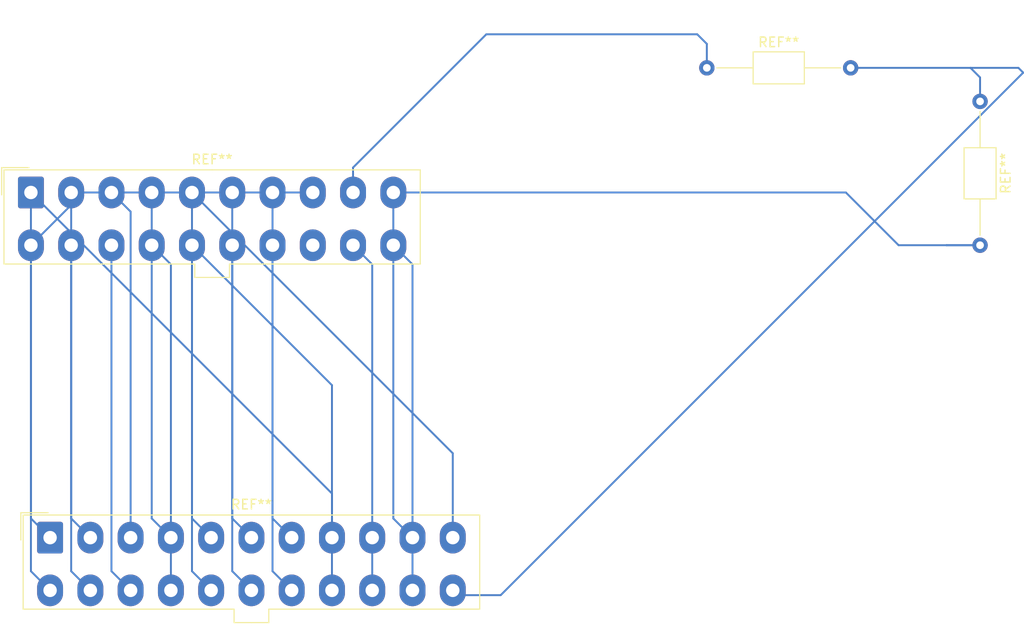
<source format=kicad_pcb>
(kicad_pcb (version 20240108) (generator "pcbnew") (generator_version "8.0")
  (layers (0 "F.Cu" signal) (31 "B.Cu" signal) (34 "B.Paste" user) (35 "F.Paste" user) (36 "B.SilkS" user "B.Silkscreen") (37 "F.SilkS" user "F.Silkscreen") (38 "B.Mask" user) (39 "F.Mask" user) (44 "Edge.Cuts" user))
  (net 0 "")
  (footprint "Connector_Molex:Molex_Mini-Fit_Jr_5566-22A_2x11_P4.20mm_Vertical" (layer "F.Cu") (at 89.5 85.5)
    (property "Reference" "REF**" (at 21 -3.45 0) (layer "F.SilkS"))
    (property "Value" "Molex_Mini-Fit_Jr_5566-22A_2x11_P4.20mm_Vertical")
    (fp_line (start -3.05 -2.6) (end -3.05 0.25) (stroke (width 0.12)) (layer "F.SilkS"))
    (fp_line (start -2.81 -2.36) (end -2.81 7.46) (stroke (width 0.12)) (layer "F.SilkS"))
    (fp_line (start -2.81 7.46) (end 19.19 7.46) (stroke (width 0.12)) (layer "F.SilkS"))
    (fp_line (start -0.2 -2.6) (end -3.05 -2.6) (stroke (width 0.12)) (layer "F.SilkS"))
    (fp_line (start 19.19 7.46) (end 19.19 8.86) (stroke (width 0.12)) (layer "F.SilkS"))
    (fp_line (start 19.19 8.86) (end 21 8.86) (stroke (width 0.12)) (layer "F.SilkS"))
    (fp_line (start 21 -2.36) (end -2.81 -2.36) (stroke (width 0.12)) (layer "F.SilkS"))
    (fp_line (start 21 -2.36) (end 44.81 -2.36) (stroke (width 0.12)) (layer "F.SilkS"))
    (fp_line (start 22.81 7.46) (end 22.81 8.86) (stroke (width 0.12)) (layer "F.SilkS"))
    (fp_line (start 22.81 8.86) (end 21 8.86) (stroke (width 0.12)) (layer "F.SilkS"))
    (fp_line (start 44.81 -2.36) (end 44.81 7.46) (stroke (width 0.12)) (layer "F.SilkS"))
    (fp_line (start 44.81 7.46) (end 22.81 7.46) (stroke (width 0.12)) (layer "F.SilkS"))
    (pad "1" thru_hole roundrect (at 0 0) (size 2.7 3.3) (drill 1.4) (layers "*.Cu" "*.Mask") (roundrect_rratio 0.092593))
    (pad "2" thru_hole oval (at 4.2 0) (size 2.7 3.3) (drill 1.4) (layers "*.Cu" "*.Mask"))
    (pad "3" thru_hole oval (at 8.4 0) (size 2.7 3.3) (drill 1.4) (layers "*.Cu" "*.Mask"))
    (pad "4" thru_hole oval (at 12.6 0) (size 2.7 3.3) (drill 1.4) (layers "*.Cu" "*.Mask"))
    (pad "5" thru_hole oval (at 16.8 0) (size 2.7 3.3) (drill 1.4) (layers "*.Cu" "*.Mask"))
    (pad "6" thru_hole oval (at 21 0) (size 2.7 3.3) (drill 1.4) (layers "*.Cu" "*.Mask"))
    (pad "7" thru_hole oval (at 25.2 0) (size 2.7 3.3) (drill 1.4) (layers "*.Cu" "*.Mask"))
    (pad "8" thru_hole oval (at 29.4 0) (size 2.7 3.3) (drill 1.4) (layers "*.Cu" "*.Mask"))
    (pad "9" thru_hole oval (at 33.6 0) (size 2.7 3.3) (drill 1.4) (layers "*.Cu" "*.Mask"))
    (pad "10" thru_hole oval (at 37.8 0) (size 2.7 3.3) (drill 1.4) (layers "*.Cu" "*.Mask"))
    (pad "11" thru_hole oval (at 42 0) (size 2.7 3.3) (drill 1.4) (layers "*.Cu" "*.Mask"))
    (pad "12" thru_hole oval (at 0 5.5) (size 2.7 3.3) (drill 1.4) (layers "*.Cu" "*.Mask"))
    (pad "13" thru_hole oval (at 4.2 5.5) (size 2.7 3.3) (drill 1.4) (layers "*.Cu" "*.Mask"))
    (pad "14" thru_hole oval (at 8.4 5.5) (size 2.7 3.3) (drill 1.4) (layers "*.Cu" "*.Mask"))
    (pad "15" thru_hole oval (at 12.6 5.5) (size 2.7 3.3) (drill 1.4) (layers "*.Cu" "*.Mask"))
    (pad "16" thru_hole oval (at 16.8 5.5) (size 2.7 3.3) (drill 1.4) (layers "*.Cu" "*.Mask"))
    (pad "17" thru_hole oval (at 21 5.5) (size 2.7 3.3) (drill 1.4) (layers "*.Cu" "*.Mask"))
    (pad "18" thru_hole oval (at 25.2 5.5) (size 2.7 3.3) (drill 1.4) (layers "*.Cu" "*.Mask"))
    (pad "19" thru_hole oval (at 29.4 5.5) (size 2.7 3.3) (drill 1.4) (layers "*.Cu" "*.Mask"))
    (pad "20" thru_hole oval (at 33.6 5.5) (size 2.7 3.3) (drill 1.4) (layers "*.Cu" "*.Mask"))
    (pad "21" thru_hole oval (at 37.8 5.5) (size 2.7 3.3) (drill 1.4) (layers "*.Cu" "*.Mask"))
    (pad "22" thru_hole oval (at 42 5.5) (size 2.7 3.3) (drill 1.4) (layers "*.Cu" "*.Mask"))
  )
  (footprint "Capacitor_THT:C_Axial_L5.1mm_D3.1mm_P15.00mm_Horizontal" (layer "F.Cu") (at 158 36.5)
    (property "Reference" "REF**" (at 7.5 -2.67 0) (layer "F.SilkS"))
    (property "Value" "C_Axial_L5.1mm_D3.1mm_P15.00mm_Horizontal")
    (fp_line (start 1.04 0) (end 4.83 0) (stroke (width 0.12)) (layer "F.SilkS"))
    (fp_line (start 4.83 -1.67) (end 4.83 1.67) (stroke (width 0.12)) (layer "F.SilkS"))
    (fp_line (start 4.83 1.67) (end 10.17 1.67) (stroke (width 0.12)) (layer "F.SilkS"))
    (fp_line (start 10.17 -1.67) (end 4.83 -1.67) (stroke (width 0.12)) (layer "F.SilkS"))
    (fp_line (start 10.17 1.67) (end 10.17 -1.67) (stroke (width 0.12)) (layer "F.SilkS"))
    (fp_line (start 13.96 0) (end 10.17 0) (stroke (width 0.12)) (layer "F.SilkS"))
    (pad "1" thru_hole circle (at 0 0) (size 1.6 1.6) (drill 0.8) (layers "*.Cu" "*.Mask"))
    (pad "2" thru_hole oval (at 15 0) (size 1.6 1.6) (drill 0.8) (layers "*.Cu" "*.Mask"))
  )
  (footprint "Capacitor_THT:C_Axial_L5.1mm_D3.1mm_P15.00mm_Horizontal" (layer "F.Cu") (at 186.5 40 -90)
    (property "Reference" "REF**" (at 7.5 -2.67 90) (layer "F.SilkS"))
    (property "Value" "C_Axial_L5.1mm_D3.1mm_P15.00mm_Horizontal")
    (fp_line (start 4.83 1.67) (end 10.17 1.67) (stroke (width 0.12)) (layer "F.SilkS"))
    (fp_line (start 10.17 1.67) (end 10.17 -1.67) (stroke (width 0.12)) (layer "F.SilkS"))
    (fp_line (start 1.04 0) (end 4.83 0) (stroke (width 0.12)) (layer "F.SilkS"))
    (fp_line (start 13.96 0) (end 10.17 0) (stroke (width 0.12)) (layer "F.SilkS"))
    (fp_line (start 4.83 -1.67) (end 4.83 1.67) (stroke (width 0.12)) (layer "F.SilkS"))
    (fp_line (start 10.17 -1.67) (end 4.83 -1.67) (stroke (width 0.12)) (layer "F.SilkS"))
    (pad "1" thru_hole circle (at 0 0 270) (size 1.6 1.6) (drill 0.8) (layers "*.Cu" "*.Mask"))
    (pad "2" thru_hole oval (at 15 0 270) (size 1.6 1.6) (drill 0.8) (layers "*.Cu" "*.Mask"))
  )
  (footprint "Connector_Molex:Molex_Mini-Fit_Jr_5566-20A_2x10_P4.20mm_Vertical" (layer "F.Cu") (at 87.5 49.5)
    (property "Reference" "REF**" (at 18.9 -3.45 0) (layer "F.SilkS"))
    (property "Value" "Molex_Mini-Fit_Jr_5566-20A_2x10_P4.20mm_Vertical")
    (fp_line (start -3.05 -2.6) (end -3.05 0.25) (stroke (width 0.12)) (layer "F.SilkS"))
    (fp_line (start -2.81 -2.36) (end -2.81 7.46) (stroke (width 0.12)) (layer "F.SilkS"))
    (fp_line (start -2.81 7.46) (end 17.09 7.46) (stroke (width 0.12)) (layer "F.SilkS"))
    (fp_line (start -0.2 -2.6) (end -3.05 -2.6) (stroke (width 0.12)) (layer "F.SilkS"))
    (fp_line (start 17.09 7.46) (end 17.09 8.86) (stroke (width 0.12)) (layer "F.SilkS"))
    (fp_line (start 17.09 8.86) (end 18.9 8.86) (stroke (width 0.12)) (layer "F.SilkS"))
    (fp_line (start 18.9 -2.36) (end -2.81 -2.36) (stroke (width 0.12)) (layer "F.SilkS"))
    (fp_line (start 18.9 -2.36) (end 40.61 -2.36) (stroke (width 0.12)) (layer "F.SilkS"))
    (fp_line (start 20.71 7.46) (end 20.71 8.86) (stroke (width 0.12)) (layer "F.SilkS"))
    (fp_line (start 20.71 8.86) (end 18.9 8.86) (stroke (width 0.12)) (layer "F.SilkS"))
    (fp_line (start 40.61 -2.36) (end 40.61 7.46) (stroke (width 0.12)) (layer "F.SilkS"))
    (fp_line (start 40.61 7.46) (end 20.71 7.46) (stroke (width 0.12)) (layer "F.SilkS"))
    (pad "1" thru_hole roundrect (at 0 0) (size 2.7 3.3) (drill 1.4) (layers "*.Cu" "*.Mask") (roundrect_rratio 0.092593))
    (pad "2" thru_hole oval (at 4.2 0) (size 2.7 3.3) (drill 1.4) (layers "*.Cu" "*.Mask"))
    (pad "3" thru_hole oval (at 8.4 0) (size 2.7 3.3) (drill 1.4) (layers "*.Cu" "*.Mask"))
    (pad "4" thru_hole oval (at 12.6 0) (size 2.7 3.3) (drill 1.4) (layers "*.Cu" "*.Mask"))
    (pad "5" thru_hole oval (at 16.8 0) (size 2.7 3.3) (drill 1.4) (layers "*.Cu" "*.Mask"))
    (pad "6" thru_hole oval (at 21 0) (size 2.7 3.3) (drill 1.4) (layers "*.Cu" "*.Mask"))
    (pad "7" thru_hole oval (at 25.2 0) (size 2.7 3.3) (drill 1.4) (layers "*.Cu" "*.Mask"))
    (pad "8" thru_hole oval (at 29.4 0) (size 2.7 3.3) (drill 1.4) (layers "*.Cu" "*.Mask"))
    (pad "9" thru_hole oval (at 33.6 0) (size 2.7 3.3) (drill 1.4) (layers "*.Cu" "*.Mask"))
    (pad "10" thru_hole oval (at 37.8 0) (size 2.7 3.3) (drill 1.4) (layers "*.Cu" "*.Mask"))
    (pad "11" thru_hole oval (at 0 5.5) (size 2.7 3.3) (drill 1.4) (layers "*.Cu" "*.Mask"))
    (pad "12" thru_hole oval (at 4.2 5.5) (size 2.7 3.3) (drill 1.4) (layers "*.Cu" "*.Mask"))
    (pad "13" thru_hole oval (at 8.4 5.5) (size 2.7 3.3) (drill 1.4) (layers "*.Cu" "*.Mask"))
    (pad "14" thru_hole oval (at 12.6 5.5) (size 2.7 3.3) (drill 1.4) (layers "*.Cu" "*.Mask"))
    (pad "15" thru_hole oval (at 16.8 5.5) (size 2.7 3.3) (drill 1.4) (layers "*.Cu" "*.Mask"))
    (pad "16" thru_hole oval (at 21 5.5) (size 2.7 3.3) (drill 1.4) (layers "*.Cu" "*.Mask"))
    (pad "17" thru_hole oval (at 25.2 5.5) (size 2.7 3.3) (drill 1.4) (layers "*.Cu" "*.Mask"))
    (pad "18" thru_hole oval (at 29.4 5.5) (size 2.7 3.3) (drill 1.4) (layers "*.Cu" "*.Mask"))
    (pad "19" thru_hole oval (at 33.6 5.5) (size 2.7 3.3) (drill 1.4) (layers "*.Cu" "*.Mask"))
    (pad "20" thru_hole oval (at 37.8 5.5) (size 2.7 3.3) (drill 1.4) (layers "*.Cu" "*.Mask"))
  )
  (segment (start 93 49.5) (end 87.5 55) (width 0.2) (layer "B.Cu") (net 0))
  (segment (start 116.9 49.5) (end 93 49.5) (width 0.2) (layer "B.Cu") (net 0))
  (segment (start 131.5 85.5) (end 131.5 76.7) (width 0.2) (layer "B.Cu") (net 0))
  (segment (start 112.7 83.5) (end 114.7 85.5) (width 0.2) (layer "B.Cu") (net 0))
  (segment (start 118.9 91) (end 118.9 69.6) (width 0.2) (layer "B.Cu") (net 0))
  (segment (start 127.3 57) (end 125.3 55) (width 0.2) (layer "B.Cu") (net 0))
  (segment (start 87.5 49.5) (end 87.5 83.5) (width 0.2) (layer "B.Cu") (net 0))
  (segment (start 135 33) (end 157 33) (width 0.2) (layer "B.Cu") (net 0))
  (segment (start 127.3 91) (end 127.3 57) (width 0.2) (layer "B.Cu") (net 0))
  (segment (start 97.9 85.5) (end 97.9 51.5) (width 0.2) (layer "B.Cu") (net 0))
  (segment (start 123.1 91) (end 123.1 57) (width 0.2) (layer "B.Cu") (net 0))
  (segment (start 123.1 57) (end 121.1 55) (width 0.2) (layer "B.Cu") (net 0))
  (segment (start 121.1 46.9) (end 135 33) (width 0.2) (layer "B.Cu") (net 0))
  (segment (start 104.3 89) (end 106.3 91) (width 0.2) (layer "B.Cu") (net 0))
  (segment (start 102.1 91) (end 102.1 57) (width 0.2) (layer "B.Cu") (net 0))
  (segment (start 118.9 85.5) (end 118.9 80.9) (width 0.2) (layer "B.Cu") (net 0))
  (segment (start 87.5 83.5) (end 89.5 85.5) (width 0.2) (layer "B.Cu") (net 0))
  (segment (start 91.7 49.5) (end 91.7 83.5) (width 0.2) (layer "B.Cu") (net 0))
  (segment (start 158 34) (end 158 36.5) (width 0.2) (layer "B.Cu") (net 0))
  (segment (start 183 55) (end 187 55) (width 0.2) (layer "B.Cu") (net 0))
  (segment (start 190.5 36.5) (end 191 37) (width 0.2) (layer "B.Cu") (net 0))
  (segment (start 112.7 89) (end 114.7 91) (width 0.2) (layer "B.Cu") (net 0))
  (segment (start 102.1 57) (end 100.1 55) (width 0.2) (layer "B.Cu") (net 0))
  (segment (start 175 52) (end 178 55) (width 0.2) (layer "B.Cu") (net 0))
  (segment (start 183 55) (end 186.5 55) (width 0.2) (layer "B.Cu") (net 0))
  (segment (start 125.3 83.5) (end 127.3 85.5) (width 0.2) (layer "B.Cu") (net 0))
  (segment (start 185.5 36.5) (end 190.5 36.5) (width 0.2) (layer "B.Cu") (net 0))
  (segment (start 108.5 83.5) (end 110.5 85.5) (width 0.2) (layer "B.Cu") (net 0))
  (segment (start 125.3 49.5) (end 125.3 83.5) (width 0.2) (layer "B.Cu") (net 0))
  (segment (start 157 33) (end 158 34) (width 0.2) (layer "B.Cu") (net 0))
  (segment (start 87.5 89) (end 89.5 91) (width 0.2) (layer "B.Cu") (net 0))
  (segment (start 118.9 69.6) (end 104.3 55) (width 0.2) (layer "B.Cu") (net 0))
  (segment (start 108.5 49.5) (end 108.5 83.5) (width 0.2) (layer "B.Cu") (net 0))
  (segment (start 100.1 49.5) (end 100.1 83.5) (width 0.2) (layer "B.Cu") (net 0))
  (segment (start 121.1 49.5) (end 121.5 49.5) (width 0.2) (layer "B.Cu") (net 0))
  (segment (start 186.5 40) (end 186.5 37.5) (width 0.2) (layer "B.Cu") (net 0))
  (segment (start 118.9 80.9) (end 87.5 49.5) (width 0.2) (layer "B.Cu") (net 0))
  (segment (start 95.9 55) (end 95.9 89) (width 0.2) (layer "B.Cu") (net 0))
  (segment (start 136.5 91.5) (end 132 91.5) (width 0.2) (layer "B.Cu") (net 0))
  (segment (start 87.5 55) (end 87.5 89) (width 0.2) (layer "B.Cu") (net 0))
  (segment (start 121.1 49.5) (end 121.1 46.9) (width 0.2) (layer "B.Cu") (net 0))
  (segment (start 178 55) (end 183 55) (width 0.2) (layer "B.Cu") (net 0))
  (segment (start 91.7 89) (end 93.7 91) (width 0.2) (layer "B.Cu") (net 0))
  (segment (start 191 37) (end 136.5 91.5) (width 0.2) (layer "B.Cu") (net 0))
  (segment (start 186.5 37.5) (end 185.5 36.5) (width 0.2) (layer "B.Cu") (net 0))
  (segment (start 125.3 49.5) (end 172.5 49.5) (width 0.2) (layer "B.Cu") (net 0))
  (segment (start 100.1 83.5) (end 102.1 85.5) (width 0.2) (layer "B.Cu") (net 0))
  (segment (start 172.5 49.5) (end 175 52) (width 0.2) (layer "B.Cu") (net 0))
  (segment (start 104.3 49.5) (end 104.3 83.5) (width 0.2) (layer "B.Cu") (net 0))
  (segment (start 108.5 89) (end 110.5 91) (width 0.2) (layer "B.Cu") (net 0))
  (segment (start 108.5 55) (end 108.5 89) (width 0.2) (layer "B.Cu") (net 0))
  (segment (start 97.9 51.5) (end 95.9 49.5) (width 0.2) (layer "B.Cu") (net 0))
  (segment (start 95.9 89) (end 97.9 91) (width 0.2) (layer "B.Cu") (net 0))
  (segment (start 112.7 49.5) (end 112.7 83.5) (width 0.2) (layer "B.Cu") (net 0))
  (segment (start 104.3 83.5) (end 106.3 85.5) (width 0.2) (layer "B.Cu") (net 0))
  (segment (start 91.7 83.5) (end 93.7 85.5) (width 0.2) (layer "B.Cu") (net 0))
  (segment (start 173 36.5) (end 185.5 36.5) (width 0.2) (layer "B.Cu") (net 0))
  (segment (start 91.7 55) (end 91.7 89) (width 0.2) (layer "B.Cu") (net 0))
  (segment (start 104.3 55) (end 104.3 89) (width 0.2) (layer "B.Cu") (net 0))
  (segment (start 131.5 76.7) (end 104.3 49.5) (width 0.2) (layer "B.Cu") (net 0))
  (segment (start 112.7 55) (end 112.7 89) (width 0.2) (layer "B.Cu") (net 0))
  (segment (start 132 91.5) (end 131.5 91) (width 0.2) (layer "B.Cu") (net 0))
)
</source>
